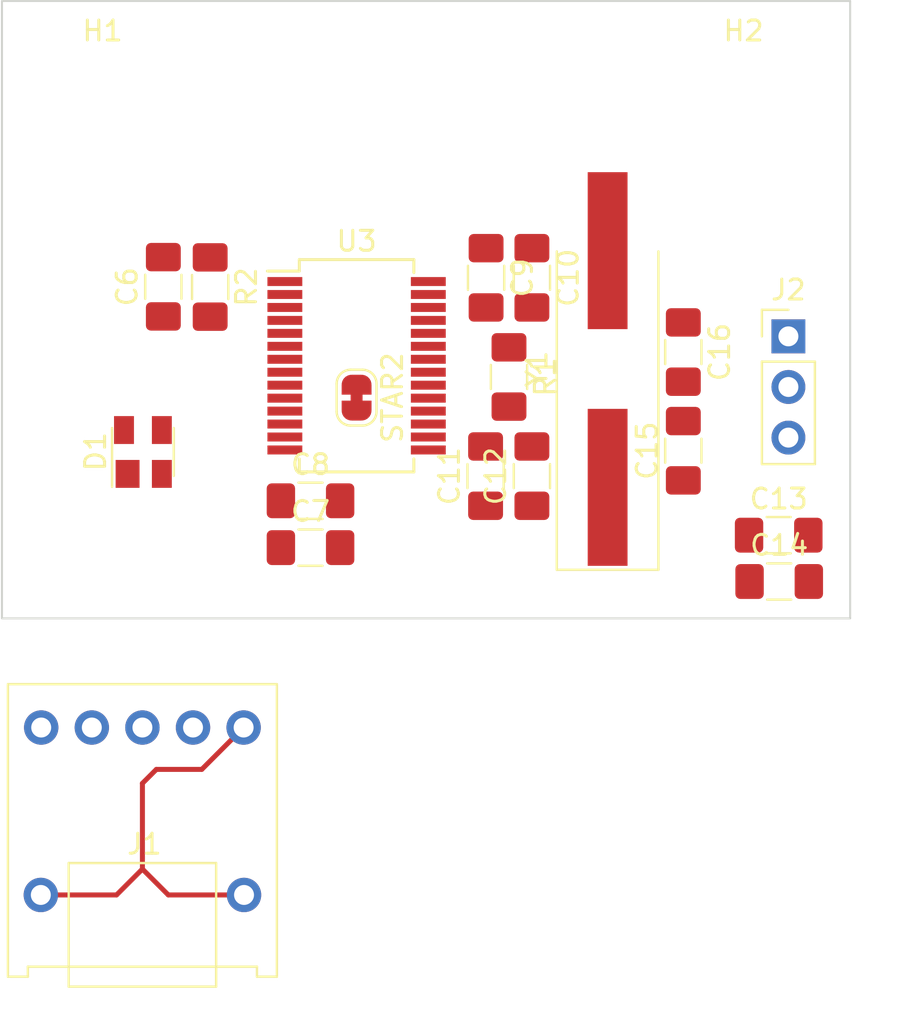
<source format=kicad_pcb>
(kicad_pcb (version 20171130) (host pcbnew "(5.1.5)-3")

  (general
    (thickness 1.6)
    (drawings 1)
    (tracks 8)
    (zones 0)
    (modules 21)
    (nets 19)
  )

  (page A4)
  (layers
    (0 F.Cu signal)
    (31 B.Cu signal)
    (32 B.Adhes user)
    (33 F.Adhes user)
    (34 B.Paste user)
    (35 F.Paste user)
    (36 B.SilkS user)
    (37 F.SilkS user)
    (38 B.Mask user)
    (39 F.Mask user)
    (40 Dwgs.User user)
    (41 Cmts.User user)
    (42 Eco1.User user)
    (43 Eco2.User user)
    (44 Edge.Cuts user)
    (45 Margin user)
    (46 B.CrtYd user)
    (47 F.CrtYd user)
    (48 B.Fab user)
    (49 F.Fab user)
  )

  (setup
    (last_trace_width 0.25)
    (trace_clearance 0.2)
    (zone_clearance 0.508)
    (zone_45_only no)
    (trace_min 0.2)
    (via_size 0.8)
    (via_drill 0.4)
    (via_min_size 0.4)
    (via_min_drill 0.3)
    (uvia_size 0.3)
    (uvia_drill 0.1)
    (uvias_allowed no)
    (uvia_min_size 0.2)
    (uvia_min_drill 0.1)
    (edge_width 0.05)
    (segment_width 0.2)
    (pcb_text_width 0.3)
    (pcb_text_size 1.5 1.5)
    (mod_edge_width 0.12)
    (mod_text_size 1 1)
    (mod_text_width 0.15)
    (pad_size 3.5 3.5)
    (pad_drill 3.5)
    (pad_to_mask_clearance 0.051)
    (solder_mask_min_width 0.25)
    (aux_axis_origin 0 0)
    (visible_elements 7FFFFFFF)
    (pcbplotparams
      (layerselection 0x010fc_ffffffff)
      (usegerberextensions false)
      (usegerberattributes false)
      (usegerberadvancedattributes false)
      (creategerberjobfile false)
      (excludeedgelayer true)
      (linewidth 0.100000)
      (plotframeref false)
      (viasonmask false)
      (mode 1)
      (useauxorigin false)
      (hpglpennumber 1)
      (hpglpenspeed 20)
      (hpglpendiameter 15.000000)
      (psnegative false)
      (psa4output false)
      (plotreference true)
      (plotvalue true)
      (plotinvisibletext false)
      (padsonsilk false)
      (subtractmaskfromsilk false)
      (outputformat 1)
      (mirror false)
      (drillshape 1)
      (scaleselection 1)
      (outputdirectory ""))
  )

  (net 0 "")
  (net 1 DGND)
  (net 2 "Net-(C6-Pad1)")
  (net 3 "Net-(C7-Pad1)")
  (net 4 "Net-(C8-Pad1)")
  (net 5 "Net-(C9-Pad1)")
  (net 6 "Net-(C10-Pad1)")
  (net 7 "Net-(C11-Pad1)")
  (net 8 "Net-(C12-Pad1)")
  (net 9 /R-USB-In)
  (net 10 "Net-(C13-Pad1)")
  (net 11 /L-USB-In)
  (net 12 "Net-(C14-Pad1)")
  (net 13 "Net-(C15-Pad1)")
  (net 14 "Net-(C16-Pad1)")
  (net 15 VBUS)
  (net 16 D+)
  (net 17 D-)
  (net 18 /GND-USB-In)

  (net_class Default "Dies ist die voreingestellte Netzklasse."
    (clearance 0.2)
    (trace_width 0.25)
    (via_dia 0.8)
    (via_drill 0.4)
    (uvia_dia 0.3)
    (uvia_drill 0.1)
    (add_net /GND-USB-In)
    (add_net /L-USB-In)
    (add_net /R-USB-In)
    (add_net D+)
    (add_net D-)
    (add_net DGND)
    (add_net "Net-(C10-Pad1)")
    (add_net "Net-(C11-Pad1)")
    (add_net "Net-(C12-Pad1)")
    (add_net "Net-(C13-Pad1)")
    (add_net "Net-(C14-Pad1)")
    (add_net "Net-(C15-Pad1)")
    (add_net "Net-(C16-Pad1)")
    (add_net "Net-(C6-Pad1)")
    (add_net "Net-(C7-Pad1)")
    (add_net "Net-(C8-Pad1)")
    (add_net "Net-(C9-Pad1)")
    (add_net "Net-(J1-Pad4)")
    (add_net "Net-(U3-Pad12)")
    (add_net "Net-(U3-Pad13)")
    (add_net "Net-(U3-Pad25)")
    (add_net "Net-(U3-Pad28)")
    (add_net "Net-(U3-Pad5)")
    (add_net "Net-(U3-Pad6)")
    (add_net "Net-(U3-Pad7)")
    (add_net VBUS)
  )

  (module MyLib:Micro_USB_Adapter (layer F.Cu) (tedit 5FB44614) (tstamp 5F1AE9A0)
    (at 127 84.65 180)
    (path /5EDEC16D)
    (fp_text reference J1 (at -0.1 -0.1) (layer F.SilkS)
      (effects (font (size 1 1) (thickness 0.15)))
    )
    (fp_text value USB_B_Micro (at -0.1 -8.3) (layer F.Fab)
      (effects (font (size 1 1) (thickness 0.15)))
    )
    (fp_line (start -6.75 7.925) (end 6.75 7.925) (layer F.SilkS) (width 0.12))
    (fp_line (start 6.75 7.925) (end 6.75 -6.75) (layer F.SilkS) (width 0.12))
    (fp_line (start -6.75 7.925) (end -6.75 -6.75) (layer F.SilkS) (width 0.12))
    (fp_line (start -6.75 -6.75) (end -5.75 -6.75) (layer F.SilkS) (width 0.12))
    (fp_line (start 5.75 -6.75) (end 6.75 -6.75) (layer F.SilkS) (width 0.12))
    (fp_line (start -5.75 -6.75) (end -5.75 -6.25) (layer F.SilkS) (width 0.12))
    (fp_line (start 5.75 -6.75) (end 5.75 -6.25) (layer F.SilkS) (width 0.12))
    (fp_line (start 5.75 -6.25) (end -5.75 -6.25) (layer F.SilkS) (width 0.12))
    (fp_line (start -3.7 -1.05) (end 3.7 -1.05) (layer F.SilkS) (width 0.12))
    (fp_line (start 3.7 -1.05) (end 3.7 -7.25) (layer F.SilkS) (width 0.12))
    (fp_line (start -3.7 -1.05) (end -3.7 -7.25) (layer F.SilkS) (width 0.12))
    (fp_line (start -3.7 -7.25) (end 3.7 -7.25) (layer F.SilkS) (width 0.12))
    (fp_line (start 3.7 -1.05) (end 3.7 -7.25) (layer F.Fab) (width 0.12))
    (fp_line (start -3.7 -7.25) (end 3.7 -7.25) (layer F.Fab) (width 0.12))
    (fp_line (start -6.75 -6.75) (end -5.75 -6.75) (layer F.Fab) (width 0.12))
    (fp_line (start -6.75 7.925) (end -6.75 -6.75) (layer F.Fab) (width 0.12))
    (fp_line (start -3.7 -1.05) (end -3.7 -7.25) (layer F.Fab) (width 0.12))
    (fp_line (start 6.75 7.925) (end 6.75 -6.75) (layer F.Fab) (width 0.12))
    (fp_line (start -6.75 7.925) (end 6.75 7.925) (layer F.Fab) (width 0.12))
    (fp_line (start 5.75 -6.75) (end 6.75 -6.75) (layer F.Fab) (width 0.12))
    (fp_line (start 5.75 -6.75) (end 5.75 -6.25) (layer F.Fab) (width 0.12))
    (fp_line (start 5.75 -6.25) (end -5.75 -6.25) (layer F.Fab) (width 0.12))
    (fp_line (start -3.7 -1.05) (end 3.7 -1.05) (layer F.Fab) (width 0.12))
    (fp_line (start -5.75 -6.75) (end -5.75 -6.25) (layer F.Fab) (width 0.12))
    (fp_line (start -7 -6.9) (end 7 -6.9) (layer F.CrtYd) (width 0.05))
    (fp_line (start 7 -6.9) (end 7 8.3) (layer F.CrtYd) (width 0.05))
    (fp_line (start 7 8.3) (end -7 8.3) (layer F.CrtYd) (width 0.05))
    (fp_line (start -7 8.3) (end -7 -6.9) (layer F.CrtYd) (width 0.05))
    (pad 6 thru_hole circle (at 5.1 -2.65 180) (size 1.725 1.725) (drill 1) (layers *.Cu *.Mask)
      (net 1 DGND))
    (pad 6 thru_hole circle (at -5.1 -2.65 180) (size 1.725 1.725) (drill 1) (layers *.Cu *.Mask)
      (net 1 DGND))
    (pad "" np_thru_hole circle (at 4.25 1.15 180) (size 3 3) (drill 3) (layers *.Cu *.Mask))
    (pad "" np_thru_hole circle (at -4.25 1.15 180) (size 3 3) (drill 3) (layers *.Cu *.Mask))
    (pad 5 thru_hole circle (at -5.08 5.75 180) (size 1.725 1.725) (drill 1) (layers *.Cu *.Mask)
      (net 1 DGND))
    (pad 4 thru_hole circle (at -2.54 5.75 180) (size 1.725 1.725) (drill 1) (layers *.Cu *.Mask))
    (pad 1 thru_hole circle (at 5.08 5.75 180) (size 1.725 1.725) (drill 1) (layers *.Cu *.Mask)
      (net 15 VBUS))
    (pad 2 thru_hole circle (at 2.54 5.75 180) (size 1.725 1.725) (drill 1) (layers *.Cu *.Mask)
      (net 17 D-))
    (pad 3 thru_hole circle (at 0 5.75 180) (size 1.725 1.725) (drill 1) (layers *.Cu *.Mask)
      (net 16 D+))
  )

  (module Crystal:Crystal_SMD_HC49-SD_HandSoldering (layer F.Cu) (tedit 5A1AD52C) (tstamp 5F1B06C5)
    (at 150.35 60.9125 90)
    (descr "SMD Crystal HC-49-SD http://cdn-reichelt.de/documents/datenblatt/B400/xxx-HC49-SMD.pdf, hand-soldering, 11.4x4.7mm^2 package")
    (tags "SMD SMT crystal hand-soldering")
    (path /5F0F5E53)
    (attr smd)
    (fp_text reference Y1 (at 0 -3.55 90) (layer F.SilkS)
      (effects (font (size 1 1) (thickness 0.15)))
    )
    (fp_text value 12MHz (at 0 3.55 90) (layer F.Fab)
      (effects (font (size 1 1) (thickness 0.15)))
    )
    (fp_arc (start 3.015 0) (end 3.015 -2.115) (angle 180) (layer F.Fab) (width 0.1))
    (fp_arc (start -3.015 0) (end -3.015 -2.115) (angle -180) (layer F.Fab) (width 0.1))
    (fp_line (start 10.2 -2.6) (end -10.2 -2.6) (layer F.CrtYd) (width 0.05))
    (fp_line (start 10.2 2.6) (end 10.2 -2.6) (layer F.CrtYd) (width 0.05))
    (fp_line (start -10.2 2.6) (end 10.2 2.6) (layer F.CrtYd) (width 0.05))
    (fp_line (start -10.2 -2.6) (end -10.2 2.6) (layer F.CrtYd) (width 0.05))
    (fp_line (start -10.075 2.55) (end 5.9 2.55) (layer F.SilkS) (width 0.12))
    (fp_line (start -10.075 -2.55) (end -10.075 2.55) (layer F.SilkS) (width 0.12))
    (fp_line (start 5.9 -2.55) (end -10.075 -2.55) (layer F.SilkS) (width 0.12))
    (fp_line (start -3.015 2.115) (end 3.015 2.115) (layer F.Fab) (width 0.1))
    (fp_line (start -3.015 -2.115) (end 3.015 -2.115) (layer F.Fab) (width 0.1))
    (fp_line (start 5.7 -2.35) (end -5.7 -2.35) (layer F.Fab) (width 0.1))
    (fp_line (start 5.7 2.35) (end 5.7 -2.35) (layer F.Fab) (width 0.1))
    (fp_line (start -5.7 2.35) (end 5.7 2.35) (layer F.Fab) (width 0.1))
    (fp_line (start -5.7 -2.35) (end -5.7 2.35) (layer F.Fab) (width 0.1))
    (fp_text user %R (at 0 0 90) (layer F.Fab)
      (effects (font (size 1 1) (thickness 0.15)))
    )
    (pad 2 smd rect (at 5.9375 0 90) (size 7.875 2) (layers F.Cu F.Paste F.Mask)
      (net 14 "Net-(C16-Pad1)"))
    (pad 1 smd rect (at -5.9375 0 90) (size 7.875 2) (layers F.Cu F.Paste F.Mask)
      (net 13 "Net-(C15-Pad1)"))
    (model ${KISYS3DMOD}/Crystal.3dshapes/Crystal_SMD_HC49-SD.wrl
      (at (xyz 0 0 0))
      (scale (xyz 1 1 1))
      (rotate (xyz 0 0 0))
    )
  )

  (module Package_SO:SSOP-28_5.3x10.2mm_P0.65mm (layer F.Cu) (tedit 5A02F25C) (tstamp 5F1AEA1D)
    (at 137.75 60.75)
    (descr "28-Lead Plastic Shrink Small Outline (SS)-5.30 mm Body [SSOP] (see Microchip Packaging Specification 00000049BS.pdf)")
    (tags "SSOP 0.65")
    (path /5F09E71D)
    (attr smd)
    (fp_text reference U3 (at 0 -6.25) (layer F.SilkS)
      (effects (font (size 1 1) (thickness 0.15)))
    )
    (fp_text value PCM2900C (at 0 6.25) (layer F.Fab)
      (effects (font (size 1 1) (thickness 0.15)))
    )
    (fp_text user %R (at 0 0) (layer F.Fab)
      (effects (font (size 0.8 0.8) (thickness 0.15)))
    )
    (fp_line (start -2.875 -4.75) (end -4.475 -4.75) (layer F.SilkS) (width 0.15))
    (fp_line (start -2.875 5.325) (end 2.875 5.325) (layer F.SilkS) (width 0.15))
    (fp_line (start -2.875 -5.325) (end 2.875 -5.325) (layer F.SilkS) (width 0.15))
    (fp_line (start -2.875 5.325) (end -2.875 4.675) (layer F.SilkS) (width 0.15))
    (fp_line (start 2.875 5.325) (end 2.875 4.675) (layer F.SilkS) (width 0.15))
    (fp_line (start 2.875 -5.325) (end 2.875 -4.675) (layer F.SilkS) (width 0.15))
    (fp_line (start -2.875 -5.325) (end -2.875 -4.75) (layer F.SilkS) (width 0.15))
    (fp_line (start -4.75 5.5) (end 4.75 5.5) (layer F.CrtYd) (width 0.05))
    (fp_line (start -4.75 -5.5) (end 4.75 -5.5) (layer F.CrtYd) (width 0.05))
    (fp_line (start 4.75 -5.5) (end 4.75 5.5) (layer F.CrtYd) (width 0.05))
    (fp_line (start -4.75 -5.5) (end -4.75 5.5) (layer F.CrtYd) (width 0.05))
    (fp_line (start -2.65 -4.1) (end -1.65 -5.1) (layer F.Fab) (width 0.15))
    (fp_line (start -2.65 5.1) (end -2.65 -4.1) (layer F.Fab) (width 0.15))
    (fp_line (start 2.65 5.1) (end -2.65 5.1) (layer F.Fab) (width 0.15))
    (fp_line (start 2.65 -5.1) (end 2.65 5.1) (layer F.Fab) (width 0.15))
    (fp_line (start -1.65 -5.1) (end 2.65 -5.1) (layer F.Fab) (width 0.15))
    (pad 28 smd rect (at 3.6 -4.225) (size 1.75 0.45) (layers F.Cu F.Paste F.Mask))
    (pad 27 smd rect (at 3.6 -3.575) (size 1.75 0.45) (layers F.Cu F.Paste F.Mask)
      (net 5 "Net-(C9-Pad1)"))
    (pad 26 smd rect (at 3.6 -2.925) (size 1.75 0.45) (layers F.Cu F.Paste F.Mask)
      (net 1 DGND))
    (pad 25 smd rect (at 3.6 -2.275) (size 1.75 0.45) (layers F.Cu F.Paste F.Mask))
    (pad 24 smd rect (at 3.6 -1.625) (size 1.75 0.45) (layers F.Cu F.Paste F.Mask)
      (net 1 DGND))
    (pad 23 smd rect (at 3.6 -0.975) (size 1.75 0.45) (layers F.Cu F.Paste F.Mask)
      (net 6 "Net-(C10-Pad1)"))
    (pad 22 smd rect (at 3.6 -0.325) (size 1.75 0.45) (layers F.Cu F.Paste F.Mask)
      (net 1 DGND))
    (pad 21 smd rect (at 3.6 0.325) (size 1.75 0.45) (layers F.Cu F.Paste F.Mask)
      (net 14 "Net-(C16-Pad1)"))
    (pad 20 smd rect (at 3.6 0.975) (size 1.75 0.45) (layers F.Cu F.Paste F.Mask)
      (net 13 "Net-(C15-Pad1)"))
    (pad 19 smd rect (at 3.6 1.625) (size 1.75 0.45) (layers F.Cu F.Paste F.Mask)
      (net 8 "Net-(C12-Pad1)"))
    (pad 18 smd rect (at 3.6 2.275) (size 1.75 0.45) (layers F.Cu F.Paste F.Mask)
      (net 1 DGND))
    (pad 17 smd rect (at 3.6 2.925) (size 1.75 0.45) (layers F.Cu F.Paste F.Mask)
      (net 7 "Net-(C11-Pad1)"))
    (pad 16 smd rect (at 3.6 3.575) (size 1.75 0.45) (layers F.Cu F.Paste F.Mask)
      (net 10 "Net-(C13-Pad1)"))
    (pad 15 smd rect (at 3.6 4.225) (size 1.75 0.45) (layers F.Cu F.Paste F.Mask)
      (net 12 "Net-(C14-Pad1)"))
    (pad 14 smd rect (at -3.6 4.225) (size 1.75 0.45) (layers F.Cu F.Paste F.Mask)
      (net 4 "Net-(C8-Pad1)"))
    (pad 13 smd rect (at -3.6 3.575) (size 1.75 0.45) (layers F.Cu F.Paste F.Mask))
    (pad 12 smd rect (at -3.6 2.925) (size 1.75 0.45) (layers F.Cu F.Paste F.Mask))
    (pad 11 smd rect (at -3.6 2.275) (size 1.75 0.45) (layers F.Cu F.Paste F.Mask)
      (net 18 /GND-USB-In))
    (pad 10 smd rect (at -3.6 1.625) (size 1.75 0.45) (layers F.Cu F.Paste F.Mask)
      (net 3 "Net-(C7-Pad1)"))
    (pad 9 smd rect (at -3.6 0.975) (size 1.75 0.45) (layers F.Cu F.Paste F.Mask)
      (net 5 "Net-(C9-Pad1)"))
    (pad 8 smd rect (at -3.6 0.325) (size 1.75 0.45) (layers F.Cu F.Paste F.Mask)
      (net 5 "Net-(C9-Pad1)"))
    (pad 7 smd rect (at -3.6 -0.325) (size 1.75 0.45) (layers F.Cu F.Paste F.Mask))
    (pad 6 smd rect (at -3.6 -0.975) (size 1.75 0.45) (layers F.Cu F.Paste F.Mask))
    (pad 5 smd rect (at -3.6 -1.625) (size 1.75 0.45) (layers F.Cu F.Paste F.Mask))
    (pad 4 smd rect (at -3.6 -2.275) (size 1.75 0.45) (layers F.Cu F.Paste F.Mask)
      (net 1 DGND))
    (pad 3 smd rect (at -3.6 -2.925) (size 1.75 0.45) (layers F.Cu F.Paste F.Mask)
      (net 2 "Net-(C6-Pad1)"))
    (pad 2 smd rect (at -3.6 -3.575) (size 1.75 0.45) (layers F.Cu F.Paste F.Mask)
      (net 17 D-))
    (pad 1 smd rect (at -3.6 -4.225) (size 1.75 0.45) (layers F.Cu F.Paste F.Mask)
      (net 16 D+))
    (model ${KISYS3DMOD}/Package_SO.3dshapes/SSOP-28_5.3x10.2mm_P0.65mm.wrl
      (at (xyz 0 0 0))
      (scale (xyz 1 1 1))
      (rotate (xyz 0 0 0))
    )
  )

  (module Jumper:SolderJumper-2_P1.3mm_Bridged_RoundedPad1.0x1.5mm (layer F.Cu) (tedit 5C745284) (tstamp 5F1AE9EC)
    (at 137.75 62.35 270)
    (descr "SMD Solder Jumper, 1x1.5mm, rounded Pads, 0.3mm gap, bridged with 1 copper strip")
    (tags "solder jumper open")
    (path /5F151EEE)
    (attr virtual)
    (fp_text reference STAR2 (at 0 -1.8 90) (layer F.SilkS)
      (effects (font (size 1 1) (thickness 0.15)))
    )
    (fp_text value SolderJumper_2_Bridged (at 0 1.9 90) (layer F.Fab)
      (effects (font (size 1 1) (thickness 0.15)))
    )
    (fp_poly (pts (xy 0.25 -0.3) (xy -0.25 -0.3) (xy -0.25 0.3) (xy 0.25 0.3)) (layer F.Cu) (width 0))
    (fp_line (start 1.65 1.25) (end -1.65 1.25) (layer F.CrtYd) (width 0.05))
    (fp_line (start 1.65 1.25) (end 1.65 -1.25) (layer F.CrtYd) (width 0.05))
    (fp_line (start -1.65 -1.25) (end -1.65 1.25) (layer F.CrtYd) (width 0.05))
    (fp_line (start -1.65 -1.25) (end 1.65 -1.25) (layer F.CrtYd) (width 0.05))
    (fp_line (start -0.7 -1) (end 0.7 -1) (layer F.SilkS) (width 0.12))
    (fp_line (start 1.4 -0.3) (end 1.4 0.3) (layer F.SilkS) (width 0.12))
    (fp_line (start 0.7 1) (end -0.7 1) (layer F.SilkS) (width 0.12))
    (fp_line (start -1.4 0.3) (end -1.4 -0.3) (layer F.SilkS) (width 0.12))
    (fp_arc (start -0.7 -0.3) (end -0.7 -1) (angle -90) (layer F.SilkS) (width 0.12))
    (fp_arc (start -0.7 0.3) (end -1.4 0.3) (angle -90) (layer F.SilkS) (width 0.12))
    (fp_arc (start 0.7 0.3) (end 0.7 1) (angle -90) (layer F.SilkS) (width 0.12))
    (fp_arc (start 0.7 -0.3) (end 1.4 -0.3) (angle -90) (layer F.SilkS) (width 0.12))
    (pad 1 smd custom (at -0.65 0 270) (size 1 0.5) (layers F.Cu F.Mask)
      (net 1 DGND) (zone_connect 2)
      (options (clearance outline) (anchor rect))
      (primitives
        (gr_circle (center 0 0.25) (end 0.5 0.25) (width 0))
        (gr_circle (center 0 -0.25) (end 0.5 -0.25) (width 0))
        (gr_poly (pts
           (xy 0 -0.75) (xy 0.5 -0.75) (xy 0.5 0.75) (xy 0 0.75)) (width 0))
      ))
    (pad 2 smd custom (at 0.65 0 270) (size 1 0.5) (layers F.Cu F.Mask)
      (net 18 /GND-USB-In) (zone_connect 2)
      (options (clearance outline) (anchor rect))
      (primitives
        (gr_circle (center 0 0.25) (end 0.5 0.25) (width 0))
        (gr_circle (center 0 -0.25) (end 0.5 -0.25) (width 0))
        (gr_poly (pts
           (xy 0 -0.75) (xy -0.5 -0.75) (xy -0.5 0.75) (xy 0 0.75)) (width 0))
      ))
  )

  (module Resistor_SMD:R_1206_3216Metric_Pad1.42x1.75mm_HandSolder (layer F.Cu) (tedit 5B301BBD) (tstamp 5F1AFBB0)
    (at 130.4 56.8 270)
    (descr "Resistor SMD 1206 (3216 Metric), square (rectangular) end terminal, IPC_7351 nominal with elongated pad for handsoldering. (Body size source: http://www.tortai-tech.com/upload/download/2011102023233369053.pdf), generated with kicad-footprint-generator")
    (tags "resistor handsolder")
    (path /5F1C789A)
    (attr smd)
    (fp_text reference R2 (at 0 -1.82 90) (layer F.SilkS)
      (effects (font (size 1 1) (thickness 0.15)))
    )
    (fp_text value 2R2 (at 0 1.82 90) (layer F.Fab)
      (effects (font (size 1 1) (thickness 0.15)))
    )
    (fp_text user %R (at 0 0 90) (layer F.Fab)
      (effects (font (size 0.8 0.8) (thickness 0.12)))
    )
    (fp_line (start 2.45 1.12) (end -2.45 1.12) (layer F.CrtYd) (width 0.05))
    (fp_line (start 2.45 -1.12) (end 2.45 1.12) (layer F.CrtYd) (width 0.05))
    (fp_line (start -2.45 -1.12) (end 2.45 -1.12) (layer F.CrtYd) (width 0.05))
    (fp_line (start -2.45 1.12) (end -2.45 -1.12) (layer F.CrtYd) (width 0.05))
    (fp_line (start -0.602064 0.91) (end 0.602064 0.91) (layer F.SilkS) (width 0.12))
    (fp_line (start -0.602064 -0.91) (end 0.602064 -0.91) (layer F.SilkS) (width 0.12))
    (fp_line (start 1.6 0.8) (end -1.6 0.8) (layer F.Fab) (width 0.1))
    (fp_line (start 1.6 -0.8) (end 1.6 0.8) (layer F.Fab) (width 0.1))
    (fp_line (start -1.6 -0.8) (end 1.6 -0.8) (layer F.Fab) (width 0.1))
    (fp_line (start -1.6 0.8) (end -1.6 -0.8) (layer F.Fab) (width 0.1))
    (pad 2 smd roundrect (at 1.4875 0 270) (size 1.425 1.75) (layers F.Cu F.Paste F.Mask) (roundrect_rratio 0.175439)
      (net 2 "Net-(C6-Pad1)"))
    (pad 1 smd roundrect (at -1.4875 0 270) (size 1.425 1.75) (layers F.Cu F.Paste F.Mask) (roundrect_rratio 0.175439)
      (net 15 VBUS))
    (model ${KISYS3DMOD}/Resistor_SMD.3dshapes/R_1206_3216Metric.wrl
      (at (xyz 0 0 0))
      (scale (xyz 1 1 1))
      (rotate (xyz 0 0 0))
    )
  )

  (module Resistor_SMD:R_1206_3216Metric_Pad1.42x1.75mm_HandSolder (layer F.Cu) (tedit 5B301BBD) (tstamp 5F1B0215)
    (at 145.4 61.3125 270)
    (descr "Resistor SMD 1206 (3216 Metric), square (rectangular) end terminal, IPC_7351 nominal with elongated pad for handsoldering. (Body size source: http://www.tortai-tech.com/upload/download/2011102023233369053.pdf), generated with kicad-footprint-generator")
    (tags "resistor handsolder")
    (path /5F10B869)
    (attr smd)
    (fp_text reference R1 (at 0 -1.82 90) (layer F.SilkS)
      (effects (font (size 1 1) (thickness 0.15)))
    )
    (fp_text value 1M (at 0 1.82 90) (layer F.Fab)
      (effects (font (size 1 1) (thickness 0.15)))
    )
    (fp_text user %R (at 0 0 90) (layer F.Fab)
      (effects (font (size 0.8 0.8) (thickness 0.12)))
    )
    (fp_line (start 2.45 1.12) (end -2.45 1.12) (layer F.CrtYd) (width 0.05))
    (fp_line (start 2.45 -1.12) (end 2.45 1.12) (layer F.CrtYd) (width 0.05))
    (fp_line (start -2.45 -1.12) (end 2.45 -1.12) (layer F.CrtYd) (width 0.05))
    (fp_line (start -2.45 1.12) (end -2.45 -1.12) (layer F.CrtYd) (width 0.05))
    (fp_line (start -0.602064 0.91) (end 0.602064 0.91) (layer F.SilkS) (width 0.12))
    (fp_line (start -0.602064 -0.91) (end 0.602064 -0.91) (layer F.SilkS) (width 0.12))
    (fp_line (start 1.6 0.8) (end -1.6 0.8) (layer F.Fab) (width 0.1))
    (fp_line (start 1.6 -0.8) (end 1.6 0.8) (layer F.Fab) (width 0.1))
    (fp_line (start -1.6 -0.8) (end 1.6 -0.8) (layer F.Fab) (width 0.1))
    (fp_line (start -1.6 0.8) (end -1.6 -0.8) (layer F.Fab) (width 0.1))
    (pad 2 smd roundrect (at 1.4875 0 270) (size 1.425 1.75) (layers F.Cu F.Paste F.Mask) (roundrect_rratio 0.175439)
      (net 13 "Net-(C15-Pad1)"))
    (pad 1 smd roundrect (at -1.4875 0 270) (size 1.425 1.75) (layers F.Cu F.Paste F.Mask) (roundrect_rratio 0.175439)
      (net 14 "Net-(C16-Pad1)"))
    (model ${KISYS3DMOD}/Resistor_SMD.3dshapes/R_1206_3216Metric.wrl
      (at (xyz 0 0 0))
      (scale (xyz 1 1 1))
      (rotate (xyz 0 0 0))
    )
  )

  (module Connector_PinHeader_2.54mm:PinHeader_1x03_P2.54mm_Vertical (layer F.Cu) (tedit 59FED5CC) (tstamp 5F1AE9B7)
    (at 159.425 59.275)
    (descr "Through hole straight pin header, 1x03, 2.54mm pitch, single row")
    (tags "Through hole pin header THT 1x03 2.54mm single row")
    (path /5F1AE54D)
    (fp_text reference J2 (at 0 -2.33) (layer F.SilkS)
      (effects (font (size 1 1) (thickness 0.15)))
    )
    (fp_text value Conn_01x03_Male (at 0 7.41) (layer F.Fab)
      (effects (font (size 1 1) (thickness 0.15)))
    )
    (fp_text user %R (at 0 2.54 90) (layer F.Fab)
      (effects (font (size 1 1) (thickness 0.15)))
    )
    (fp_line (start 1.8 -1.8) (end -1.8 -1.8) (layer F.CrtYd) (width 0.05))
    (fp_line (start 1.8 6.85) (end 1.8 -1.8) (layer F.CrtYd) (width 0.05))
    (fp_line (start -1.8 6.85) (end 1.8 6.85) (layer F.CrtYd) (width 0.05))
    (fp_line (start -1.8 -1.8) (end -1.8 6.85) (layer F.CrtYd) (width 0.05))
    (fp_line (start -1.33 -1.33) (end 0 -1.33) (layer F.SilkS) (width 0.12))
    (fp_line (start -1.33 0) (end -1.33 -1.33) (layer F.SilkS) (width 0.12))
    (fp_line (start -1.33 1.27) (end 1.33 1.27) (layer F.SilkS) (width 0.12))
    (fp_line (start 1.33 1.27) (end 1.33 6.41) (layer F.SilkS) (width 0.12))
    (fp_line (start -1.33 1.27) (end -1.33 6.41) (layer F.SilkS) (width 0.12))
    (fp_line (start -1.33 6.41) (end 1.33 6.41) (layer F.SilkS) (width 0.12))
    (fp_line (start -1.27 -0.635) (end -0.635 -1.27) (layer F.Fab) (width 0.1))
    (fp_line (start -1.27 6.35) (end -1.27 -0.635) (layer F.Fab) (width 0.1))
    (fp_line (start 1.27 6.35) (end -1.27 6.35) (layer F.Fab) (width 0.1))
    (fp_line (start 1.27 -1.27) (end 1.27 6.35) (layer F.Fab) (width 0.1))
    (fp_line (start -0.635 -1.27) (end 1.27 -1.27) (layer F.Fab) (width 0.1))
    (pad 3 thru_hole oval (at 0 5.08) (size 1.7 1.7) (drill 1) (layers *.Cu *.Mask)
      (net 18 /GND-USB-In))
    (pad 2 thru_hole oval (at 0 2.54) (size 1.7 1.7) (drill 1) (layers *.Cu *.Mask)
      (net 11 /L-USB-In))
    (pad 1 thru_hole rect (at 0 0) (size 1.7 1.7) (drill 1) (layers *.Cu *.Mask)
      (net 9 /R-USB-In))
    (model ${KISYS3DMOD}/Connector_PinHeader_2.54mm.3dshapes/PinHeader_1x03_P2.54mm_Vertical.wrl
      (at (xyz 0 0 0))
      (scale (xyz 1 1 1))
      (rotate (xyz 0 0 0))
    )
  )

  (module MountingHole:MountingHole_3.5mm (layer F.Cu) (tedit 56D1B4CB) (tstamp 5F1B0D76)
    (at 157.175 48.45)
    (descr "Mounting Hole 3.5mm, no annular")
    (tags "mounting hole 3.5mm no annular")
    (path /5F1CF120)
    (attr virtual)
    (fp_text reference H2 (at 0 -4.5) (layer F.SilkS)
      (effects (font (size 1 1) (thickness 0.15)))
    )
    (fp_text value MountingHole (at 0 4.5) (layer F.Fab)
      (effects (font (size 1 1) (thickness 0.15)))
    )
    (fp_circle (center 0 0) (end 3.75 0) (layer F.CrtYd) (width 0.05))
    (fp_circle (center 0 0) (end 3.5 0) (layer Cmts.User) (width 0.15))
    (fp_text user %R (at 0.3 0) (layer F.Fab)
      (effects (font (size 1 1) (thickness 0.15)))
    )
    (pad 1 np_thru_hole circle (at 0 0) (size 3.5 3.5) (drill 3.5) (layers *.Cu *.Mask))
  )

  (module MountingHole:MountingHole_3.5mm (layer F.Cu) (tedit 56D1B4CB) (tstamp 5F1AE95F)
    (at 125 48.45)
    (descr "Mounting Hole 3.5mm, no annular")
    (tags "mounting hole 3.5mm no annular")
    (path /5F1CD9EF)
    (attr virtual)
    (fp_text reference H1 (at 0 -4.5) (layer F.SilkS)
      (effects (font (size 1 1) (thickness 0.15)))
    )
    (fp_text value MountingHole (at 0 4.5) (layer F.Fab)
      (effects (font (size 1 1) (thickness 0.15)))
    )
    (fp_circle (center 0 0) (end 3.75 0) (layer F.CrtYd) (width 0.05))
    (fp_circle (center 0 0) (end 3.5 0) (layer Cmts.User) (width 0.15))
    (fp_text user %R (at 0.3 0) (layer F.Fab)
      (effects (font (size 1 1) (thickness 0.15)))
    )
    (pad 1 np_thru_hole circle (at 0 0) (size 3.5 3.5) (drill 3.5) (layers *.Cu *.Mask))
  )

  (module Package_TO_SOT_SMD:SOT-143 (layer F.Cu) (tedit 5A02FF57) (tstamp 5F1B0A09)
    (at 127.025 65.075 90)
    (descr SOT-143)
    (tags SOT-143)
    (path /5EDEC173)
    (attr smd)
    (fp_text reference D1 (at 0.02 -2.38 90) (layer F.SilkS)
      (effects (font (size 1 1) (thickness 0.15)))
    )
    (fp_text value PRTR5V0U2X (at -0.28 2.48 90) (layer F.Fab)
      (effects (font (size 1 1) (thickness 0.15)))
    )
    (fp_line (start -2.05 1.75) (end -2.05 -1.75) (layer F.CrtYd) (width 0.05))
    (fp_line (start -2.05 1.75) (end 2.05 1.75) (layer F.CrtYd) (width 0.05))
    (fp_line (start 2.05 -1.75) (end -2.05 -1.75) (layer F.CrtYd) (width 0.05))
    (fp_line (start 2.05 -1.75) (end 2.05 1.75) (layer F.CrtYd) (width 0.05))
    (fp_line (start 1.2 -1.5) (end 1.2 1.5) (layer F.Fab) (width 0.1))
    (fp_line (start 1.2 1.5) (end -1.2 1.5) (layer F.Fab) (width 0.1))
    (fp_line (start -1.2 1.5) (end -1.2 -1) (layer F.Fab) (width 0.1))
    (fp_line (start -0.7 -1.5) (end 1.2 -1.5) (layer F.Fab) (width 0.1))
    (fp_line (start -1.2 -1) (end -0.7 -1.5) (layer F.Fab) (width 0.1))
    (fp_line (start 1.2 -1.55) (end -1.75 -1.55) (layer F.SilkS) (width 0.12))
    (fp_line (start -1.2 1.55) (end 1.2 1.55) (layer F.SilkS) (width 0.12))
    (fp_text user %R (at 0 0) (layer F.Fab)
      (effects (font (size 0.5 0.5) (thickness 0.075)))
    )
    (pad 4 smd rect (at 1.1 -0.95) (size 1 1.4) (layers F.Cu F.Paste F.Mask)
      (net 15 VBUS))
    (pad 3 smd rect (at 1.1 0.95) (size 1 1.4) (layers F.Cu F.Paste F.Mask)
      (net 16 D+))
    (pad 2 smd rect (at -1.1 0.95) (size 1 1.4) (layers F.Cu F.Paste F.Mask)
      (net 17 D-))
    (pad 1 smd rect (at -1.1 -0.77) (size 1.2 1.4) (layers F.Cu F.Paste F.Mask)
      (net 1 DGND))
    (model ${KISYS3DMOD}/Package_TO_SOT_SMD.3dshapes/SOT-143.wrl
      (at (xyz 0 0 0))
      (scale (xyz 1 1 1))
      (rotate (xyz 0 0 0))
    )
  )

  (module Capacitor_SMD:C_1206_3216Metric_Pad1.42x1.75mm_HandSolder (layer F.Cu) (tedit 5B301BBE) (tstamp 5F1AE943)
    (at 154.15 60.0625 270)
    (descr "Capacitor SMD 1206 (3216 Metric), square (rectangular) end terminal, IPC_7351 nominal with elongated pad for handsoldering. (Body size source: http://www.tortai-tech.com/upload/download/2011102023233369053.pdf), generated with kicad-footprint-generator")
    (tags "capacitor handsolder")
    (path /5F101112)
    (attr smd)
    (fp_text reference C16 (at 0 -1.82 90) (layer F.SilkS)
      (effects (font (size 1 1) (thickness 0.15)))
    )
    (fp_text value 30pF (at 0 1.82 90) (layer F.Fab)
      (effects (font (size 1 1) (thickness 0.15)))
    )
    (fp_text user %R (at 0 0 90) (layer F.Fab)
      (effects (font (size 0.8 0.8) (thickness 0.12)))
    )
    (fp_line (start 2.45 1.12) (end -2.45 1.12) (layer F.CrtYd) (width 0.05))
    (fp_line (start 2.45 -1.12) (end 2.45 1.12) (layer F.CrtYd) (width 0.05))
    (fp_line (start -2.45 -1.12) (end 2.45 -1.12) (layer F.CrtYd) (width 0.05))
    (fp_line (start -2.45 1.12) (end -2.45 -1.12) (layer F.CrtYd) (width 0.05))
    (fp_line (start -0.602064 0.91) (end 0.602064 0.91) (layer F.SilkS) (width 0.12))
    (fp_line (start -0.602064 -0.91) (end 0.602064 -0.91) (layer F.SilkS) (width 0.12))
    (fp_line (start 1.6 0.8) (end -1.6 0.8) (layer F.Fab) (width 0.1))
    (fp_line (start 1.6 -0.8) (end 1.6 0.8) (layer F.Fab) (width 0.1))
    (fp_line (start -1.6 -0.8) (end 1.6 -0.8) (layer F.Fab) (width 0.1))
    (fp_line (start -1.6 0.8) (end -1.6 -0.8) (layer F.Fab) (width 0.1))
    (pad 2 smd roundrect (at 1.4875 0 270) (size 1.425 1.75) (layers F.Cu F.Paste F.Mask) (roundrect_rratio 0.175439)
      (net 1 DGND))
    (pad 1 smd roundrect (at -1.4875 0 270) (size 1.425 1.75) (layers F.Cu F.Paste F.Mask) (roundrect_rratio 0.175439)
      (net 14 "Net-(C16-Pad1)"))
    (model ${KISYS3DMOD}/Capacitor_SMD.3dshapes/C_1206_3216Metric.wrl
      (at (xyz 0 0 0))
      (scale (xyz 1 1 1))
      (rotate (xyz 0 0 0))
    )
  )

  (module Capacitor_SMD:C_1206_3216Metric_Pad1.42x1.75mm_HandSolder (layer F.Cu) (tedit 5B301BBE) (tstamp 5F1AE932)
    (at 154.15 65.0125 90)
    (descr "Capacitor SMD 1206 (3216 Metric), square (rectangular) end terminal, IPC_7351 nominal with elongated pad for handsoldering. (Body size source: http://www.tortai-tech.com/upload/download/2011102023233369053.pdf), generated with kicad-footprint-generator")
    (tags "capacitor handsolder")
    (path /5F10075F)
    (attr smd)
    (fp_text reference C15 (at 0 -1.82 90) (layer F.SilkS)
      (effects (font (size 1 1) (thickness 0.15)))
    )
    (fp_text value 30pF (at 0 1.82 90) (layer F.Fab)
      (effects (font (size 1 1) (thickness 0.15)))
    )
    (fp_text user %R (at 0 0 90) (layer F.Fab)
      (effects (font (size 0.8 0.8) (thickness 0.12)))
    )
    (fp_line (start 2.45 1.12) (end -2.45 1.12) (layer F.CrtYd) (width 0.05))
    (fp_line (start 2.45 -1.12) (end 2.45 1.12) (layer F.CrtYd) (width 0.05))
    (fp_line (start -2.45 -1.12) (end 2.45 -1.12) (layer F.CrtYd) (width 0.05))
    (fp_line (start -2.45 1.12) (end -2.45 -1.12) (layer F.CrtYd) (width 0.05))
    (fp_line (start -0.602064 0.91) (end 0.602064 0.91) (layer F.SilkS) (width 0.12))
    (fp_line (start -0.602064 -0.91) (end 0.602064 -0.91) (layer F.SilkS) (width 0.12))
    (fp_line (start 1.6 0.8) (end -1.6 0.8) (layer F.Fab) (width 0.1))
    (fp_line (start 1.6 -0.8) (end 1.6 0.8) (layer F.Fab) (width 0.1))
    (fp_line (start -1.6 -0.8) (end 1.6 -0.8) (layer F.Fab) (width 0.1))
    (fp_line (start -1.6 0.8) (end -1.6 -0.8) (layer F.Fab) (width 0.1))
    (pad 2 smd roundrect (at 1.4875 0 90) (size 1.425 1.75) (layers F.Cu F.Paste F.Mask) (roundrect_rratio 0.175439)
      (net 1 DGND))
    (pad 1 smd roundrect (at -1.4875 0 90) (size 1.425 1.75) (layers F.Cu F.Paste F.Mask) (roundrect_rratio 0.175439)
      (net 13 "Net-(C15-Pad1)"))
    (model ${KISYS3DMOD}/Capacitor_SMD.3dshapes/C_1206_3216Metric.wrl
      (at (xyz 0 0 0))
      (scale (xyz 1 1 1))
      (rotate (xyz 0 0 0))
    )
  )

  (module Capacitor_SMD:C_1206_3216Metric_Pad1.42x1.75mm_HandSolder (layer F.Cu) (tedit 5B301BBE) (tstamp 5F1AE921)
    (at 158.9625 71.575)
    (descr "Capacitor SMD 1206 (3216 Metric), square (rectangular) end terminal, IPC_7351 nominal with elongated pad for handsoldering. (Body size source: http://www.tortai-tech.com/upload/download/2011102023233369053.pdf), generated with kicad-footprint-generator")
    (tags "capacitor handsolder")
    (path /5F0E0295)
    (attr smd)
    (fp_text reference C14 (at 0 -1.82) (layer F.SilkS)
      (effects (font (size 1 1) (thickness 0.15)))
    )
    (fp_text value 1µF (at 0 1.82) (layer F.Fab)
      (effects (font (size 1 1) (thickness 0.15)))
    )
    (fp_text user %R (at 0 0) (layer F.Fab)
      (effects (font (size 0.8 0.8) (thickness 0.12)))
    )
    (fp_line (start 2.45 1.12) (end -2.45 1.12) (layer F.CrtYd) (width 0.05))
    (fp_line (start 2.45 -1.12) (end 2.45 1.12) (layer F.CrtYd) (width 0.05))
    (fp_line (start -2.45 -1.12) (end 2.45 -1.12) (layer F.CrtYd) (width 0.05))
    (fp_line (start -2.45 1.12) (end -2.45 -1.12) (layer F.CrtYd) (width 0.05))
    (fp_line (start -0.602064 0.91) (end 0.602064 0.91) (layer F.SilkS) (width 0.12))
    (fp_line (start -0.602064 -0.91) (end 0.602064 -0.91) (layer F.SilkS) (width 0.12))
    (fp_line (start 1.6 0.8) (end -1.6 0.8) (layer F.Fab) (width 0.1))
    (fp_line (start 1.6 -0.8) (end 1.6 0.8) (layer F.Fab) (width 0.1))
    (fp_line (start -1.6 -0.8) (end 1.6 -0.8) (layer F.Fab) (width 0.1))
    (fp_line (start -1.6 0.8) (end -1.6 -0.8) (layer F.Fab) (width 0.1))
    (pad 2 smd roundrect (at 1.4875 0) (size 1.425 1.75) (layers F.Cu F.Paste F.Mask) (roundrect_rratio 0.175439)
      (net 11 /L-USB-In))
    (pad 1 smd roundrect (at -1.4875 0) (size 1.425 1.75) (layers F.Cu F.Paste F.Mask) (roundrect_rratio 0.175439)
      (net 12 "Net-(C14-Pad1)"))
    (model ${KISYS3DMOD}/Capacitor_SMD.3dshapes/C_1206_3216Metric.wrl
      (at (xyz 0 0 0))
      (scale (xyz 1 1 1))
      (rotate (xyz 0 0 0))
    )
  )

  (module Capacitor_SMD:C_1206_3216Metric_Pad1.42x1.75mm_HandSolder (layer F.Cu) (tedit 5B301BBE) (tstamp 5F1AE910)
    (at 158.9375 69.25)
    (descr "Capacitor SMD 1206 (3216 Metric), square (rectangular) end terminal, IPC_7351 nominal with elongated pad for handsoldering. (Body size source: http://www.tortai-tech.com/upload/download/2011102023233369053.pdf), generated with kicad-footprint-generator")
    (tags "capacitor handsolder")
    (path /5F0DF3E7)
    (attr smd)
    (fp_text reference C13 (at 0 -1.82) (layer F.SilkS)
      (effects (font (size 1 1) (thickness 0.15)))
    )
    (fp_text value 1µF (at 0 1.82) (layer F.Fab)
      (effects (font (size 1 1) (thickness 0.15)))
    )
    (fp_text user %R (at 0 0) (layer F.Fab)
      (effects (font (size 0.8 0.8) (thickness 0.12)))
    )
    (fp_line (start 2.45 1.12) (end -2.45 1.12) (layer F.CrtYd) (width 0.05))
    (fp_line (start 2.45 -1.12) (end 2.45 1.12) (layer F.CrtYd) (width 0.05))
    (fp_line (start -2.45 -1.12) (end 2.45 -1.12) (layer F.CrtYd) (width 0.05))
    (fp_line (start -2.45 1.12) (end -2.45 -1.12) (layer F.CrtYd) (width 0.05))
    (fp_line (start -0.602064 0.91) (end 0.602064 0.91) (layer F.SilkS) (width 0.12))
    (fp_line (start -0.602064 -0.91) (end 0.602064 -0.91) (layer F.SilkS) (width 0.12))
    (fp_line (start 1.6 0.8) (end -1.6 0.8) (layer F.Fab) (width 0.1))
    (fp_line (start 1.6 -0.8) (end 1.6 0.8) (layer F.Fab) (width 0.1))
    (fp_line (start -1.6 -0.8) (end 1.6 -0.8) (layer F.Fab) (width 0.1))
    (fp_line (start -1.6 0.8) (end -1.6 -0.8) (layer F.Fab) (width 0.1))
    (pad 2 smd roundrect (at 1.4875 0) (size 1.425 1.75) (layers F.Cu F.Paste F.Mask) (roundrect_rratio 0.175439)
      (net 9 /R-USB-In))
    (pad 1 smd roundrect (at -1.4875 0) (size 1.425 1.75) (layers F.Cu F.Paste F.Mask) (roundrect_rratio 0.175439)
      (net 10 "Net-(C13-Pad1)"))
    (model ${KISYS3DMOD}/Capacitor_SMD.3dshapes/C_1206_3216Metric.wrl
      (at (xyz 0 0 0))
      (scale (xyz 1 1 1))
      (rotate (xyz 0 0 0))
    )
  )

  (module Capacitor_SMD:C_1206_3216Metric_Pad1.42x1.75mm_HandSolder (layer F.Cu) (tedit 5B301BBE) (tstamp 5F1B0339)
    (at 146.55 66.2875 90)
    (descr "Capacitor SMD 1206 (3216 Metric), square (rectangular) end terminal, IPC_7351 nominal with elongated pad for handsoldering. (Body size source: http://www.tortai-tech.com/upload/download/2011102023233369053.pdf), generated with kicad-footprint-generator")
    (tags "capacitor handsolder")
    (path /5F0C69EF)
    (attr smd)
    (fp_text reference C12 (at 0 -1.82 90) (layer F.SilkS)
      (effects (font (size 1 1) (thickness 0.15)))
    )
    (fp_text value 1µF (at 0 1.82 90) (layer F.Fab)
      (effects (font (size 1 1) (thickness 0.15)))
    )
    (fp_line (start -1.6 0.8) (end -1.6 -0.8) (layer F.Fab) (width 0.1))
    (fp_line (start -1.6 -0.8) (end 1.6 -0.8) (layer F.Fab) (width 0.1))
    (fp_line (start 1.6 -0.8) (end 1.6 0.8) (layer F.Fab) (width 0.1))
    (fp_line (start 1.6 0.8) (end -1.6 0.8) (layer F.Fab) (width 0.1))
    (fp_line (start -0.602064 -0.91) (end 0.602064 -0.91) (layer F.SilkS) (width 0.12))
    (fp_line (start -0.602064 0.91) (end 0.602064 0.91) (layer F.SilkS) (width 0.12))
    (fp_line (start -2.45 1.12) (end -2.45 -1.12) (layer F.CrtYd) (width 0.05))
    (fp_line (start -2.45 -1.12) (end 2.45 -1.12) (layer F.CrtYd) (width 0.05))
    (fp_line (start 2.45 -1.12) (end 2.45 1.12) (layer F.CrtYd) (width 0.05))
    (fp_line (start 2.45 1.12) (end -2.45 1.12) (layer F.CrtYd) (width 0.05))
    (fp_text user %R (at 0 0 90) (layer F.Fab)
      (effects (font (size 0.8 0.8) (thickness 0.12)))
    )
    (pad 1 smd roundrect (at -1.4875 0 90) (size 1.425 1.75) (layers F.Cu F.Paste F.Mask) (roundrect_rratio 0.175439)
      (net 8 "Net-(C12-Pad1)"))
    (pad 2 smd roundrect (at 1.4875 0 90) (size 1.425 1.75) (layers F.Cu F.Paste F.Mask) (roundrect_rratio 0.175439)
      (net 1 DGND))
    (model ${KISYS3DMOD}/Capacitor_SMD.3dshapes/C_1206_3216Metric.wrl
      (at (xyz 0 0 0))
      (scale (xyz 1 1 1))
      (rotate (xyz 0 0 0))
    )
  )

  (module Capacitor_SMD:C_1206_3216Metric_Pad1.42x1.75mm_HandSolder (layer F.Cu) (tedit 5B301BBE) (tstamp 5F1B0502)
    (at 144.225 66.2875 90)
    (descr "Capacitor SMD 1206 (3216 Metric), square (rectangular) end terminal, IPC_7351 nominal with elongated pad for handsoldering. (Body size source: http://www.tortai-tech.com/upload/download/2011102023233369053.pdf), generated with kicad-footprint-generator")
    (tags "capacitor handsolder")
    (path /5F0C6C86)
    (attr smd)
    (fp_text reference C11 (at 0 -1.82 90) (layer F.SilkS)
      (effects (font (size 1 1) (thickness 0.15)))
    )
    (fp_text value 1µF (at 0 1.82 90) (layer F.Fab)
      (effects (font (size 1 1) (thickness 0.15)))
    )
    (fp_text user %R (at 0 0 90) (layer F.Fab)
      (effects (font (size 0.8 0.8) (thickness 0.12)))
    )
    (fp_line (start 2.45 1.12) (end -2.45 1.12) (layer F.CrtYd) (width 0.05))
    (fp_line (start 2.45 -1.12) (end 2.45 1.12) (layer F.CrtYd) (width 0.05))
    (fp_line (start -2.45 -1.12) (end 2.45 -1.12) (layer F.CrtYd) (width 0.05))
    (fp_line (start -2.45 1.12) (end -2.45 -1.12) (layer F.CrtYd) (width 0.05))
    (fp_line (start -0.602064 0.91) (end 0.602064 0.91) (layer F.SilkS) (width 0.12))
    (fp_line (start -0.602064 -0.91) (end 0.602064 -0.91) (layer F.SilkS) (width 0.12))
    (fp_line (start 1.6 0.8) (end -1.6 0.8) (layer F.Fab) (width 0.1))
    (fp_line (start 1.6 -0.8) (end 1.6 0.8) (layer F.Fab) (width 0.1))
    (fp_line (start -1.6 -0.8) (end 1.6 -0.8) (layer F.Fab) (width 0.1))
    (fp_line (start -1.6 0.8) (end -1.6 -0.8) (layer F.Fab) (width 0.1))
    (pad 2 smd roundrect (at 1.4875 0 90) (size 1.425 1.75) (layers F.Cu F.Paste F.Mask) (roundrect_rratio 0.175439)
      (net 1 DGND))
    (pad 1 smd roundrect (at -1.4875 0 90) (size 1.425 1.75) (layers F.Cu F.Paste F.Mask) (roundrect_rratio 0.175439)
      (net 7 "Net-(C11-Pad1)"))
    (model ${KISYS3DMOD}/Capacitor_SMD.3dshapes/C_1206_3216Metric.wrl
      (at (xyz 0 0 0))
      (scale (xyz 1 1 1))
      (rotate (xyz 0 0 0))
    )
  )

  (module Capacitor_SMD:C_1206_3216Metric_Pad1.42x1.75mm_HandSolder (layer F.Cu) (tedit 5B301BBE) (tstamp 5F1AE8DD)
    (at 146.55 56.3375 270)
    (descr "Capacitor SMD 1206 (3216 Metric), square (rectangular) end terminal, IPC_7351 nominal with elongated pad for handsoldering. (Body size source: http://www.tortai-tech.com/upload/download/2011102023233369053.pdf), generated with kicad-footprint-generator")
    (tags "capacitor handsolder")
    (path /5F0C65A6)
    (attr smd)
    (fp_text reference C10 (at 0 -1.82 90) (layer F.SilkS)
      (effects (font (size 1 1) (thickness 0.15)))
    )
    (fp_text value 1µF (at 0 1.82 90) (layer F.Fab)
      (effects (font (size 1 1) (thickness 0.15)))
    )
    (fp_text user %R (at 0 0 90) (layer F.Fab)
      (effects (font (size 0.8 0.8) (thickness 0.12)))
    )
    (fp_line (start 2.45 1.12) (end -2.45 1.12) (layer F.CrtYd) (width 0.05))
    (fp_line (start 2.45 -1.12) (end 2.45 1.12) (layer F.CrtYd) (width 0.05))
    (fp_line (start -2.45 -1.12) (end 2.45 -1.12) (layer F.CrtYd) (width 0.05))
    (fp_line (start -2.45 1.12) (end -2.45 -1.12) (layer F.CrtYd) (width 0.05))
    (fp_line (start -0.602064 0.91) (end 0.602064 0.91) (layer F.SilkS) (width 0.12))
    (fp_line (start -0.602064 -0.91) (end 0.602064 -0.91) (layer F.SilkS) (width 0.12))
    (fp_line (start 1.6 0.8) (end -1.6 0.8) (layer F.Fab) (width 0.1))
    (fp_line (start 1.6 -0.8) (end 1.6 0.8) (layer F.Fab) (width 0.1))
    (fp_line (start -1.6 -0.8) (end 1.6 -0.8) (layer F.Fab) (width 0.1))
    (fp_line (start -1.6 0.8) (end -1.6 -0.8) (layer F.Fab) (width 0.1))
    (pad 2 smd roundrect (at 1.4875 0 270) (size 1.425 1.75) (layers F.Cu F.Paste F.Mask) (roundrect_rratio 0.175439)
      (net 1 DGND))
    (pad 1 smd roundrect (at -1.4875 0 270) (size 1.425 1.75) (layers F.Cu F.Paste F.Mask) (roundrect_rratio 0.175439)
      (net 6 "Net-(C10-Pad1)"))
    (model ${KISYS3DMOD}/Capacitor_SMD.3dshapes/C_1206_3216Metric.wrl
      (at (xyz 0 0 0))
      (scale (xyz 1 1 1))
      (rotate (xyz 0 0 0))
    )
  )

  (module Capacitor_SMD:C_1206_3216Metric_Pad1.42x1.75mm_HandSolder (layer F.Cu) (tedit 5B301BBE) (tstamp 5F1AE8CC)
    (at 144.25 56.3375 270)
    (descr "Capacitor SMD 1206 (3216 Metric), square (rectangular) end terminal, IPC_7351 nominal with elongated pad for handsoldering. (Body size source: http://www.tortai-tech.com/upload/download/2011102023233369053.pdf), generated with kicad-footprint-generator")
    (tags "capacitor handsolder")
    (path /5F0BE3A2)
    (attr smd)
    (fp_text reference C9 (at 0 -1.82 90) (layer F.SilkS)
      (effects (font (size 1 1) (thickness 0.15)))
    )
    (fp_text value 1µF (at 0 1.82 90) (layer F.Fab)
      (effects (font (size 1 1) (thickness 0.15)))
    )
    (fp_text user %R (at 0 0 90) (layer F.Fab)
      (effects (font (size 0.8 0.8) (thickness 0.12)))
    )
    (fp_line (start 2.45 1.12) (end -2.45 1.12) (layer F.CrtYd) (width 0.05))
    (fp_line (start 2.45 -1.12) (end 2.45 1.12) (layer F.CrtYd) (width 0.05))
    (fp_line (start -2.45 -1.12) (end 2.45 -1.12) (layer F.CrtYd) (width 0.05))
    (fp_line (start -2.45 1.12) (end -2.45 -1.12) (layer F.CrtYd) (width 0.05))
    (fp_line (start -0.602064 0.91) (end 0.602064 0.91) (layer F.SilkS) (width 0.12))
    (fp_line (start -0.602064 -0.91) (end 0.602064 -0.91) (layer F.SilkS) (width 0.12))
    (fp_line (start 1.6 0.8) (end -1.6 0.8) (layer F.Fab) (width 0.1))
    (fp_line (start 1.6 -0.8) (end 1.6 0.8) (layer F.Fab) (width 0.1))
    (fp_line (start -1.6 -0.8) (end 1.6 -0.8) (layer F.Fab) (width 0.1))
    (fp_line (start -1.6 0.8) (end -1.6 -0.8) (layer F.Fab) (width 0.1))
    (pad 2 smd roundrect (at 1.4875 0 270) (size 1.425 1.75) (layers F.Cu F.Paste F.Mask) (roundrect_rratio 0.175439)
      (net 1 DGND))
    (pad 1 smd roundrect (at -1.4875 0 270) (size 1.425 1.75) (layers F.Cu F.Paste F.Mask) (roundrect_rratio 0.175439)
      (net 5 "Net-(C9-Pad1)"))
    (model ${KISYS3DMOD}/Capacitor_SMD.3dshapes/C_1206_3216Metric.wrl
      (at (xyz 0 0 0))
      (scale (xyz 1 1 1))
      (rotate (xyz 0 0 0))
    )
  )

  (module Capacitor_SMD:C_1206_3216Metric_Pad1.42x1.75mm_HandSolder (layer F.Cu) (tedit 5B301BBE) (tstamp 5F1AE8BB)
    (at 135.4375 67.525)
    (descr "Capacitor SMD 1206 (3216 Metric), square (rectangular) end terminal, IPC_7351 nominal with elongated pad for handsoldering. (Body size source: http://www.tortai-tech.com/upload/download/2011102023233369053.pdf), generated with kicad-footprint-generator")
    (tags "capacitor handsolder")
    (path /5F0B22D2)
    (attr smd)
    (fp_text reference C8 (at 0 -1.82) (layer F.SilkS)
      (effects (font (size 1 1) (thickness 0.15)))
    )
    (fp_text value 10µF (at 0 1.82) (layer F.Fab)
      (effects (font (size 1 1) (thickness 0.15)))
    )
    (fp_text user %R (at 0 0) (layer F.Fab)
      (effects (font (size 0.8 0.8) (thickness 0.12)))
    )
    (fp_line (start 2.45 1.12) (end -2.45 1.12) (layer F.CrtYd) (width 0.05))
    (fp_line (start 2.45 -1.12) (end 2.45 1.12) (layer F.CrtYd) (width 0.05))
    (fp_line (start -2.45 -1.12) (end 2.45 -1.12) (layer F.CrtYd) (width 0.05))
    (fp_line (start -2.45 1.12) (end -2.45 -1.12) (layer F.CrtYd) (width 0.05))
    (fp_line (start -0.602064 0.91) (end 0.602064 0.91) (layer F.SilkS) (width 0.12))
    (fp_line (start -0.602064 -0.91) (end 0.602064 -0.91) (layer F.SilkS) (width 0.12))
    (fp_line (start 1.6 0.8) (end -1.6 0.8) (layer F.Fab) (width 0.1))
    (fp_line (start 1.6 -0.8) (end 1.6 0.8) (layer F.Fab) (width 0.1))
    (fp_line (start -1.6 -0.8) (end 1.6 -0.8) (layer F.Fab) (width 0.1))
    (fp_line (start -1.6 0.8) (end -1.6 -0.8) (layer F.Fab) (width 0.1))
    (pad 2 smd roundrect (at 1.4875 0) (size 1.425 1.75) (layers F.Cu F.Paste F.Mask) (roundrect_rratio 0.175439)
      (net 1 DGND))
    (pad 1 smd roundrect (at -1.4875 0) (size 1.425 1.75) (layers F.Cu F.Paste F.Mask) (roundrect_rratio 0.175439)
      (net 4 "Net-(C8-Pad1)"))
    (model ${KISYS3DMOD}/Capacitor_SMD.3dshapes/C_1206_3216Metric.wrl
      (at (xyz 0 0 0))
      (scale (xyz 1 1 1))
      (rotate (xyz 0 0 0))
    )
  )

  (module Capacitor_SMD:C_1206_3216Metric_Pad1.42x1.75mm_HandSolder (layer F.Cu) (tedit 5B301BBE) (tstamp 5F1AE8AA)
    (at 135.4375 69.875)
    (descr "Capacitor SMD 1206 (3216 Metric), square (rectangular) end terminal, IPC_7351 nominal with elongated pad for handsoldering. (Body size source: http://www.tortai-tech.com/upload/download/2011102023233369053.pdf), generated with kicad-footprint-generator")
    (tags "capacitor handsolder")
    (path /5F0B2D34)
    (attr smd)
    (fp_text reference C7 (at 0 -1.82) (layer F.SilkS)
      (effects (font (size 1 1) (thickness 0.15)))
    )
    (fp_text value 10µF (at 0 1.82) (layer F.Fab)
      (effects (font (size 1 1) (thickness 0.15)))
    )
    (fp_text user %R (at 0 0) (layer F.Fab)
      (effects (font (size 0.8 0.8) (thickness 0.12)))
    )
    (fp_line (start 2.45 1.12) (end -2.45 1.12) (layer F.CrtYd) (width 0.05))
    (fp_line (start 2.45 -1.12) (end 2.45 1.12) (layer F.CrtYd) (width 0.05))
    (fp_line (start -2.45 -1.12) (end 2.45 -1.12) (layer F.CrtYd) (width 0.05))
    (fp_line (start -2.45 1.12) (end -2.45 -1.12) (layer F.CrtYd) (width 0.05))
    (fp_line (start -0.602064 0.91) (end 0.602064 0.91) (layer F.SilkS) (width 0.12))
    (fp_line (start -0.602064 -0.91) (end 0.602064 -0.91) (layer F.SilkS) (width 0.12))
    (fp_line (start 1.6 0.8) (end -1.6 0.8) (layer F.Fab) (width 0.1))
    (fp_line (start 1.6 -0.8) (end 1.6 0.8) (layer F.Fab) (width 0.1))
    (fp_line (start -1.6 -0.8) (end 1.6 -0.8) (layer F.Fab) (width 0.1))
    (fp_line (start -1.6 0.8) (end -1.6 -0.8) (layer F.Fab) (width 0.1))
    (pad 2 smd roundrect (at 1.4875 0) (size 1.425 1.75) (layers F.Cu F.Paste F.Mask) (roundrect_rratio 0.175439)
      (net 1 DGND))
    (pad 1 smd roundrect (at -1.4875 0) (size 1.425 1.75) (layers F.Cu F.Paste F.Mask) (roundrect_rratio 0.175439)
      (net 3 "Net-(C7-Pad1)"))
    (model ${KISYS3DMOD}/Capacitor_SMD.3dshapes/C_1206_3216Metric.wrl
      (at (xyz 0 0 0))
      (scale (xyz 1 1 1))
      (rotate (xyz 0 0 0))
    )
  )

  (module Capacitor_SMD:C_1206_3216Metric_Pad1.42x1.75mm_HandSolder (layer F.Cu) (tedit 5B301BBE) (tstamp 5F1B0873)
    (at 128.05 56.7875 90)
    (descr "Capacitor SMD 1206 (3216 Metric), square (rectangular) end terminal, IPC_7351 nominal with elongated pad for handsoldering. (Body size source: http://www.tortai-tech.com/upload/download/2011102023233369053.pdf), generated with kicad-footprint-generator")
    (tags "capacitor handsolder")
    (path /5F0A5A36)
    (attr smd)
    (fp_text reference C6 (at 0 -1.82 90) (layer F.SilkS)
      (effects (font (size 1 1) (thickness 0.15)))
    )
    (fp_text value 10µF (at 0 1.82 90) (layer F.Fab)
      (effects (font (size 1 1) (thickness 0.15)))
    )
    (fp_text user %R (at 0 0 90) (layer F.Fab)
      (effects (font (size 0.8 0.8) (thickness 0.12)))
    )
    (fp_line (start 2.45 1.12) (end -2.45 1.12) (layer F.CrtYd) (width 0.05))
    (fp_line (start 2.45 -1.12) (end 2.45 1.12) (layer F.CrtYd) (width 0.05))
    (fp_line (start -2.45 -1.12) (end 2.45 -1.12) (layer F.CrtYd) (width 0.05))
    (fp_line (start -2.45 1.12) (end -2.45 -1.12) (layer F.CrtYd) (width 0.05))
    (fp_line (start -0.602064 0.91) (end 0.602064 0.91) (layer F.SilkS) (width 0.12))
    (fp_line (start -0.602064 -0.91) (end 0.602064 -0.91) (layer F.SilkS) (width 0.12))
    (fp_line (start 1.6 0.8) (end -1.6 0.8) (layer F.Fab) (width 0.1))
    (fp_line (start 1.6 -0.8) (end 1.6 0.8) (layer F.Fab) (width 0.1))
    (fp_line (start -1.6 -0.8) (end 1.6 -0.8) (layer F.Fab) (width 0.1))
    (fp_line (start -1.6 0.8) (end -1.6 -0.8) (layer F.Fab) (width 0.1))
    (pad 2 smd roundrect (at 1.4875 0 90) (size 1.425 1.75) (layers F.Cu F.Paste F.Mask) (roundrect_rratio 0.175439)
      (net 1 DGND))
    (pad 1 smd roundrect (at -1.4875 0 90) (size 1.425 1.75) (layers F.Cu F.Paste F.Mask) (roundrect_rratio 0.175439)
      (net 2 "Net-(C6-Pad1)"))
    (model ${KISYS3DMOD}/Capacitor_SMD.3dshapes/C_1206_3216Metric.wrl
      (at (xyz 0 0 0))
      (scale (xyz 1 1 1))
      (rotate (xyz 0 0 0))
    )
  )

  (gr_poly (pts (xy 162.525 73.425) (xy 119.95 73.425) (xy 119.95 42.45) (xy 162.525 42.45)) (layer Edge.Cuts) (width 0.1))

  (segment (start 128.3 87.3) (end 132.1 87.3) (width 0.25) (layer F.Cu) (net 1))
  (segment (start 127 86) (end 128.3 87.3) (width 0.25) (layer F.Cu) (net 1))
  (segment (start 127 86) (end 125.7 87.3) (width 0.25) (layer F.Cu) (net 1))
  (segment (start 125.7 87.3) (end 121.9 87.3) (width 0.25) (layer F.Cu) (net 1))
  (segment (start 127 81.7) (end 127 86) (width 0.25) (layer F.Cu) (net 1))
  (segment (start 127.7 81) (end 127 81.7) (width 0.25) (layer F.Cu) (net 1))
  (segment (start 132.08 78.9) (end 129.98 81) (width 0.25) (layer F.Cu) (net 1))
  (segment (start 129.98 81) (end 127.7 81) (width 0.25) (layer F.Cu) (net 1))

)

</source>
